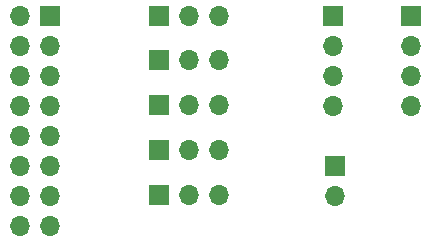
<source format=gts>
G04 #@! TF.GenerationSoftware,KiCad,Pcbnew,(6.0.6)*
G04 #@! TF.CreationDate,2023-03-25T01:52:23+10:30*
G04 #@! TF.ProjectId,Coin Adapter,436f696e-2041-4646-9170-7465722e6b69,rev?*
G04 #@! TF.SameCoordinates,Original*
G04 #@! TF.FileFunction,Soldermask,Top*
G04 #@! TF.FilePolarity,Negative*
%FSLAX46Y46*%
G04 Gerber Fmt 4.6, Leading zero omitted, Abs format (unit mm)*
G04 Created by KiCad (PCBNEW (6.0.6)) date 2023-03-25 01:52:23*
%MOMM*%
%LPD*%
G01*
G04 APERTURE LIST*
%ADD10R,1.700000X1.700000*%
%ADD11O,1.700000X1.700000*%
G04 APERTURE END LIST*
D10*
X143118600Y-91897200D03*
D11*
X145658600Y-91897200D03*
X148198600Y-91897200D03*
D10*
X164439600Y-80528000D03*
D11*
X164439600Y-83068000D03*
X164439600Y-85608000D03*
X164439600Y-88148000D03*
D10*
X143118600Y-84277200D03*
D11*
X145658600Y-84277200D03*
X148198600Y-84277200D03*
D10*
X143118600Y-88087200D03*
D11*
X145658600Y-88087200D03*
X148198600Y-88087200D03*
D10*
X157886400Y-80528000D03*
D11*
X157886400Y-83068000D03*
X157886400Y-85608000D03*
X157886400Y-88148000D03*
D10*
X143118600Y-95707200D03*
D11*
X145658600Y-95707200D03*
X148198600Y-95707200D03*
D10*
X157988000Y-93218000D03*
D11*
X157988000Y-95758000D03*
D10*
X133913800Y-80568800D03*
D11*
X131373800Y-80568800D03*
X133913800Y-83108800D03*
X131373800Y-83108800D03*
X133913800Y-85648800D03*
X131373800Y-85648800D03*
X133913800Y-88188800D03*
X131373800Y-88188800D03*
X133913800Y-90728800D03*
X131373800Y-90728800D03*
X133913800Y-93268800D03*
X131373800Y-93268800D03*
X133913800Y-95808800D03*
X131373800Y-95808800D03*
X133913800Y-98348800D03*
X131373800Y-98348800D03*
D10*
X143118600Y-80518000D03*
D11*
X145658600Y-80518000D03*
X148198600Y-80518000D03*
M02*

</source>
